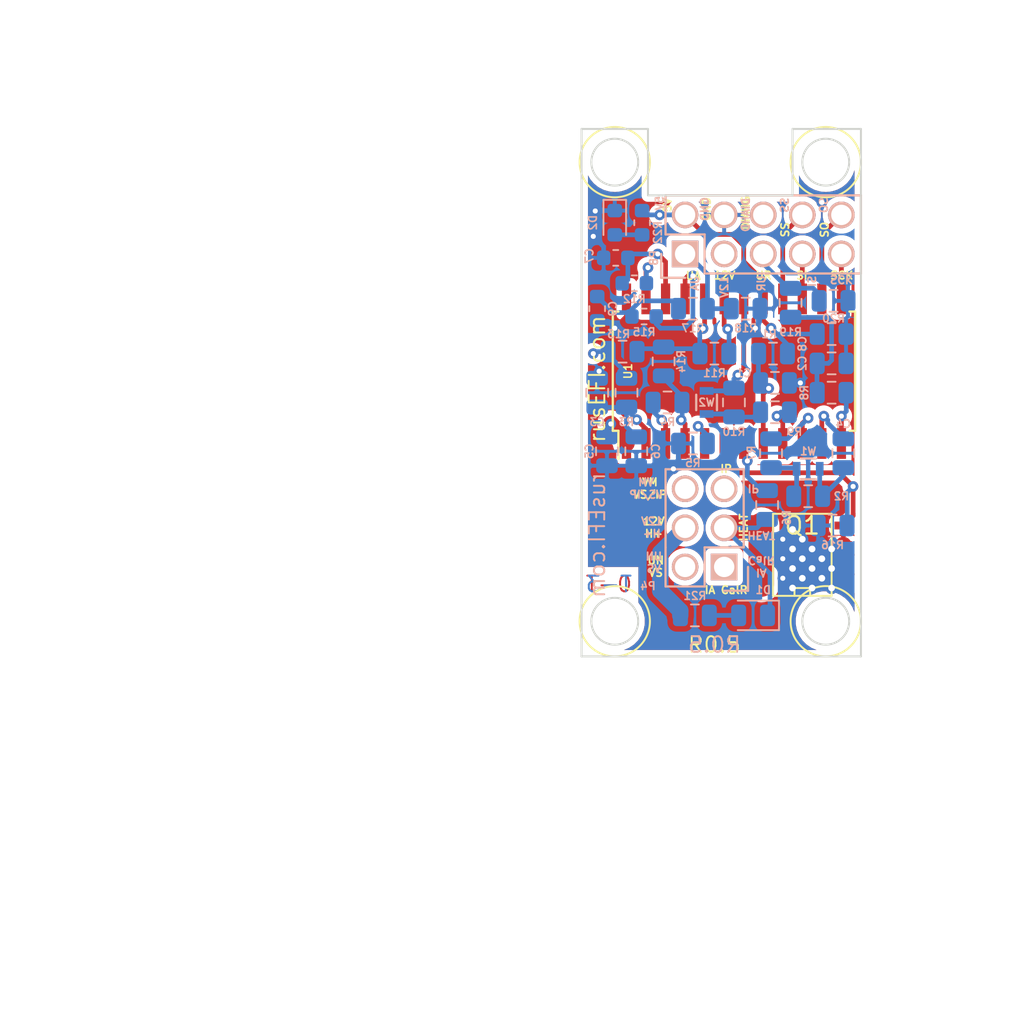
<source format=kicad_pcb>
(kicad_pcb (version 20221018) (generator pcbnew)
  (title_block (title "CJ125 Wide O2 ") (date "2020-06-12") (rev "R0.5") (company "http://rusefi.com/"))
  (layers (0 "F.Cu" signal) (1 "In1.Cu" power "PWR") (2 "In2.Cu" power "GND") (31 "B.Cu" signal) (34 "B.Paste" user) (35 "F.Paste" user) (36 "B.SilkS" user "B.Silkscreen") (37 "F.SilkS" user "F.Silkscreen") (38 "B.Mask" user) (39 "F.Mask" user) (44 "Edge.Cuts" user))
  (net 0 "")
  (net 1 "GND")
  (net 2 "/RST")
  (net 3 "/CJ125_UR")
  (net 4 "/UN")
  (net 5 "Net-(C4-Pad1)")
  (net 6 "/CM")
  (net 7 "/WO2-12V")
  (net 8 "/CF")
  (net 9 "/CJ125_5v")
  (net 10 "/CJ125_UA")
  (net 11 "/CJ125_IP")
  (net 12 "/CJ125_HEATER")
  (net 13 "/CJ125_IA")
  (net 14 "/CJ125_VM")
  (net 15 "/CJ125_UN")
  (net 16 "/CJ125_SS")
  (net 17 "/CJ125_SI")
  (net 18 "/CJ125_SO")
  (net 19 "/CJ125_SCK")
  (net 20 "Net-(R2-Pad1)")
  (net 21 "/OSZ")
  (net 22 "/DIAHD")
  (net 23 "/RM")
  (net 24 "/UR")
  (net 25 "Net-(R10-Pad2)")
  (net 26 "/RS")
  (net 27 "/UP")
  (net 28 "/US")
  (net 29 "/RF")
  (net 30 "/UA")
  (net 31 "/DIAHG")
  (net 32 "Net-(P8-Pad1)")
  (net 33 "Net-(P8-Pad5)")
  (net 34 "Net-(D1-Pad2)")
  (net 35 "Net-(D2-Pad2)")
  (footprint "rsuEFI_Lib:SO8E_ST" (layer "F.Cu") (at 125.73 132.588 90)
    (fp_text reference "Q1")
    (fp_text value "FDS2734" hide)
  )
  (footprint "SOIC-24_7.5x15.4mm_Pitch1.27mm" (layer "F.Cu") (at 121.285 120.65 90)
    (fp_text reference "U1")
    (fp_text value "CJ125")
  )
  (footprint "Capacitor_SMD:C_0805_2012Metric" (layer "B.Cu") (at 123.952 121.412)
    (fp_text reference "C1")
    (fp_text value "1000pF")
  )
  (footprint "Capacitor_SMD:C_0805_2012Metric" (layer "B.Cu") (at 127.635 120.142)
    (fp_text reference "C2")
    (fp_text value "0.033uF")
  )
  (footprint "Capacitor_SMD:C_0805_2012Metric" (layer "B.Cu") (at 112.395 122.047 90)
    (fp_text reference "C3")
    (fp_text value "DNP")
  )
  (footprint "Capacitor_SMD:C_0805_2012Metric" (layer "B.Cu") (at 128.397 125.984 90)
    (fp_text reference "C4")
    (fp_text value "0.1uF")
  )
  (footprint "Capacitor_SMD:C_0805_2012Metric" (layer "B.Cu") (at 114.935 125.857 -90)
    (fp_text reference "C5")
    (fp_text value "220pf")
  )
  (footprint "Capacitor_SMD:C_0805_2012Metric" (layer "B.Cu") (at 113.03 125.857 90)
    (fp_text reference "C6")
    (fp_text value "0.033uF")
  )
  (footprint "Capacitor_SMD:C_0805_2012Metric" (layer "B.Cu") (at 127.635 118.237 180)
    (fp_text reference "C8")
    (fp_text value "0.033uF")
  )
  (footprint "Capacitor_SMD:C_0603_1608Metric" (layer "B.Cu") (at 112.395 116.586 90)
    (fp_text reference "C9")
    (fp_text value "0.033uF")
  )
  (footprint "Socket_Strips:Socket_Strip_Straight_2x03" (layer "B.Cu") (at 120.65 133.3754 90)
    (fp_text reference "P4")
    (fp_text value "CONN_02X03" hide)
  )
  (footprint "Socket_Strips:Socket_Strip_Straight_2x05" (layer "B.Cu") (at 118.11 113.03)
    (fp_text reference "P8")
    (fp_text value "CONN_02X05" hide)
  )
  (footprint "Resistor_SMD:R_0805_2012Metric" (layer "B.Cu") (at 123.825 119.507)
    (fp_text reference "R1")
    (fp_text value "10k")
  )
  (footprint "Resistor_SMD:R_0805_2012Metric" (layer "B.Cu") (at 126.111 128.778)
    (fp_text reference "R2")
    (fp_text value "21k6")
  )
  (footprint "Resistor_SMD:R_0805_2012Metric" (layer "B.Cu") (at 114.3 122.047 90)
    (fp_text reference "R3")
    (fp_text value "0R")
  )
  (footprint "Resistor_SMD:R_0805_2012Metric" (layer "B.Cu") (at 116.967 122.682)
    (fp_text reference "R4")
    (fp_text value "61.9")
  )
  (footprint "Resistor_SMD:R_0805_2012Metric" (layer "B.Cu") (at 118.618 125.349)
    (fp_text reference "R5")
    (fp_text value "10k")
  )
  (footprint "Resistor_SMD:R_0805_2012Metric" (layer "B.Cu") (at 123.444 129.3495 -90)
    (fp_text reference "R6")
    (fp_text value "6.8k")
  )
  (footprint "Resistor_SMD:R_0805_2012Metric" (layer "B.Cu") (at 123.698 125.984 -90)
    (fp_text reference "R7")
    (fp_text value "10k")
  )
  (footprint "Resistor_SMD:R_0805_2012Metric" (layer "B.Cu") (at 127.635 122.047 180)
    (fp_text reference "R8")
    (fp_text value "1k")
  )
  (footprint "Resistor_SMD:R_0805_2012Metric" (layer "B.Cu") (at 123.952 123.317)
    (fp_text reference "R9")
    (fp_text value "82.5")
  )
  (footprint "Resistor_SMD:R_0805_2012Metric" (layer "B.Cu") (at 121.285 122.682 -90)
    (fp_text reference "R10")
    (fp_text value "220")
  )
  (footprint "Resistor_SMD:R_0805_2012Metric" (layer "B.Cu") (at 120.015 119.507)
    (fp_text reference "R11")
    (fp_text value "5.11k")
  )
  (footprint "Resistor_SMD:R_0805_2012Metric" (layer "B.Cu") (at 114.046 119.38)
    (fp_text reference "R13")
    (fp_text value "100k")
  )
  (footprint "Resistor_SMD:R_0805_2012Metric" (layer "B.Cu") (at 116.713 120.015 90)
    (fp_text reference "R14")
    (fp_text value "511k")
  )
  (footprint "Resistor_SMD:R_0603_1608Metric" (layer "B.Cu") (at 115.443 117.094)
    (fp_text reference "R15")
    (fp_text value "1k")
  )
  (footprint "R_0603" (layer "B.Cu") (at 126.111 127 180)
    (fp_text reference "W1")
    (fp_text value "TEST" hide)
  )
  (footprint "R_0603" (layer "B.Cu") (at 119.507 122.682 90)
    (fp_text reference "W2")
    (fp_text value "TEST" hide)
  )
  (footprint "Resistor_SMD:R_0805_2012Metric" (layer "B.Cu") (at 127.6985 130.683)
    (fp_text reference "R16")
    (fp_text value "10k")
  )
  (footprint "Resistor_SMD:R_0805_2012Metric" (layer "B.Cu") (at 118.618 116.586 180)
    (fp_text reference "R17")
    (fp_text value "6.8k")
  )
  (footprint "Resistor_SMD:R_0805_2012Metric" (layer "B.Cu") (at 122.047 116.586)
    (fp_text reference "R18")
    (fp_text value "10k")
  )
  (footprint "Resistor_SMD:R_0805_2012Metric" (layer "B.Cu") (at 124.968 116.205 -90)
    (fp_text reference "R19")
    (fp_text value "6.8k")
  )
  (footprint "Resistor_SMD:R_0805_2012Metric" (layer "B.Cu") (at 127.762 116.078)
    (fp_text reference "R20")
    (fp_text value "10k")
  )
  (footprint "LED_SMD:LED_0805_2012Metric" (layer "B.Cu") (at 122.5296 136.525 180)
    (fp_text reference "D1")
    (fp_text value "LED-RED")
  )
  (footprint "Resistor_SMD:R_0805_2012Metric" (layer "B.Cu") (at 118.745 136.525 180)
    (fp_text reference "R21")
    (fp_text value "4.7k")
  )
  (footprint "Resistor_SMD:R_0603_1608Metric" (layer "B.Cu") (at 115.316 110.998 -90)
    (fp_text reference "R22")
    (fp_text value "1k")
  )
  (footprint "Resistor_SMD:R_0603_1608Metric" (layer "B.Cu") (at 114.808 114.935)
    (fp_text reference "R12")
    (fp_text value "100k")
  )
  (footprint "Capacitor_SMD:C_0603_1608Metric" (layer "B.Cu") (at 113.6015 113.284)
    (fp_text reference "C7")
    (fp_text value "0.1uF")
  )
  (footprint "LED_SMD:LED_0603_1608Metric" (layer "B.Cu") (at 113.538 110.998 -90)
    (fp_text reference "D2")
    (fp_text value "LED-GRN")
  )
  (gr_circle (center 113.538 136.906) (end 113.538 139.192) (stroke (width 0.127)) (fill none) (layer "F.SilkS"))
  (gr_circle (center 127.254 136.906) (end 129.54 136.906) (stroke (width 0.127)) (fill none) (layer "F.SilkS"))
  (gr_circle (center 127.254 107.061) (end 129.54 107.061) (stroke (width 0.127)) (fill none) (layer "F.SilkS"))
  (gr_circle (center 113.538 107.061) (end 115.824 107.061) (stroke (width 0.127)) (fill none) (layer "F.SilkS"))
  (gr_circle (center 127.254 136.906) (end 127.254 138.43) (stroke (width 0.127)) (fill none) (layer "Edge.Cuts"))
  (gr_arc (start 128.778 107.061) (mid 125.73 107.061) (end 128.778 107.061) (stroke (width 0.127)) (layer "Edge.Cuts"))
  (gr_line (start 125.095 109.22) (end 125.095 104.902) (stroke (width 0.127)) (layer "Edge.Cuts"))
  (gr_line (start 129.54 104.902) (end 125.095 104.902) (stroke (width 0.127)) (layer "Edge.Cuts"))
  (gr_line (start 115.697 104.902) (end 111.379 104.902) (stroke (width 0.127)) (layer "Edge.Cuts"))
  (gr_line (start 111.379 139.192) (end 129.54 139.192) (stroke (width 0.127)) (layer "Edge.Cuts"))
  (gr_arc (start 115.062 107.061) (mid 112.014 107.061) (end 115.062 107.061) (stroke (width 0.127)) (layer "Edge.Cuts"))
  (gr_line (start 129.54 104.902) (end 129.54 139.192) (stroke (width 0.127)) (layer "Edge.Cuts"))
  (gr_circle (center 113.538 136.906) (end 113.538 138.43) (stroke (width 0.127)) (fill none) (layer "Edge.Cuts"))
  (gr_line (start 115.697 109.22) (end 115.697 104.902) (stroke (width 0.127)) (layer "Edge.Cuts"))
  (gr_line (start 111.379 139.192) (end 111.379 104.902) (stroke (width 0.127)) (layer "Edge.Cuts"))
  (gr_line (start 115.697 109.22) (end 125.095 109.22) (stroke (width 0.127)) (layer "Edge.Cuts"))
  (gr_text "T-0" (at 113.157 134.493) (layer "F.Cu") (effects (font (size 1.016 1.016) (thickness 0.127))))
  (gr_text "T-3" (at 113.157 134.493) (layer "B.Cu") (effects (font (size 1.016 1.016) (thickness 0.127)) (justify mirror)))
  (gr_text "UA" (at 118.745 114.935 90) (layer "B.SilkS") (effects (font (size 0.50038 0.50038) (thickness 0.10922)) (justify mirror)))
  (gr_text "12V" (at 120.65 115.189 90) (layer "B.SilkS") (effects (font (size 0.50038 0.50038) (thickness 0.10922)) (justify mirror)))
  (gr_text "UR" (at 123.063 114.935 90) (layer "B.SilkS") (effects (font (size 0.50038 0.50038) (thickness 0.10922)) (justify mirror)))
  (gr_text "SCK" (at 128.27 114.681 180) (layer "B.SilkS") (effects (font (size 0.50038 0.50038) (thickness 0.10922)) (justify mirror)))
  (gr_text "SI" (at 126.365 114.808 90) (layer "B.SilkS") (effects (font (size 0.50038 0.50038) (thickness 0.10922)) (justify mirror)))
  (gr_text "SO" (at 127.127 109.855 90) (layer "B.SilkS") (effects (font (size 0.50038 0.50038) (thickness 0.10922)) (justify mirror)))
  (gr_text "SS" (at 124.587 109.855 90) (layer "B.SilkS") (effects (font (size 0.50038 0.50038) (thickness 0.10922)) (justify mirror)))
  (gr_text "DIAHD" (at 122.047 110.49 90) (layer "B.SilkS") (effects (font (size 0.50038 0.50038) (thickness 0.10922)) (justify mirror)))
  (gr_text "GND" (at 119.38 110.109 90) (layer "B.SilkS") (effects (font (size 0.50038 0.50038) (thickness 0.10922)) (justify mirror)))
  (gr_text "5V" (at 116.459 109.728 90) (layer "B.SilkS") (effects (font (size 0.50038 0.50038) (thickness 0.10922)) (justify mirror)))
  (gr_text "IP" (at 122.555 128.27 180) (layer "B.SilkS") (effects (font (size 0.50038 0.50038) (thickness 0.10922)) (justify mirror)))
  (gr_text "UN\nVS" (at 116.078 133.096) (layer "B.SilkS") (effects (font (size 0.50038 0.50038) (thickness 0.10922)) (justify mirror)))
  (gr_text "12V\nH+" (at 115.951 130.81) (layer "B.SilkS") (effects (font (size 0.50038 0.50038) (thickness 0.10922)) (justify mirror)))
  (gr_text "VM\nVS/IP" (at 115.57 128.27) (layer "B.SilkS") (effects (font (size 0.50038 0.50038) (thickness 0.10922)) (justify mirror)))
  (gr_text "R0.5" (at 120.015 138.43) (layer "B.SilkS") (effects (font (size 1.016 1.016) (thickness 0.127)) (justify mirror)))
  (gr_text "rusEFI.com" (at 112.395 131.318 90) (layer "B.SilkS") (effects (font (size 1 1) (thickness 0.127)) (justify mirror)))
  (gr_text "IA\nCalR" (at 123.063 133.35 180) (layer "B.SilkS") (effects (font (size 0.50038 0.50038) (thickness 0.10922)) (justify mirror)))
  (gr_text "HEAT" (at 123.063 131.318 180) (layer "B.SilkS") (effects (font (size 0.50038 0.50038) (thickness 0.10922)) (justify mirror)))
  (gr_text "SS" (at 124.6124 111.4552 90) (layer "F.SilkS") (effects (font (size 0.50038 0.50038) (thickness 0.10922))))
  (gr_text "SCK" (at 128.2954 114.427) (layer "F.SilkS") (effects (font (size 0.50038 0.50038) (thickness 0.10922))))
  (gr_text "UR" (at 123.2154 114.427) (layer "F.SilkS") (effects (font (size 0.50038 0.50038) (thickness 0.10922))))
  (gr_text "GND" (at 119.507 110.109 90) (layer "F.SilkS") (effects (font (size 0.50038 0.50038) (thickness 0.10922))))
  (gr_text "12V" (at 120.6754 114.427) (layer "F.SilkS") (effects (font (size 0.50038 0.50038) (thickness 0.10922))))
  (gr_text "VM\nVS/IP" (at 115.824 128.27) (layer "F.SilkS") (effects (font (size 0.50038 0.50038) (thickness 0.10922))))
  (gr_text "UN\nVS" (at 116.205 133.35) (layer "F.SilkS") (effects (font (size 0.50038 0.50038) (thickness 0.10922))))
  (gr_text "rusEFI.com" (at 112.395 121.158 90) (layer "F.SilkS") (effects (font (size 1.016 1.016) (thickness 0.127))))
  (gr_text "UA" (at 118.6434 114.4524) (layer "F.SilkS") (effects (font (size 0.50038 0.50038) (thickness 0.10922))))
  (gr_text "HEAT" (at 121.92 130.81 90) (layer "F.SilkS") (effects (font (size 0.50038 0.50038) (thickness 0.10922))))
  (gr_text "SI" (at 125.7046 114.427) (layer "F.SilkS") (effects (font (size 0.50038 0.50038) (thickness 0.10922))))
  (gr_text "IP" (at 120.777 127) (layer "F.SilkS") (effects (font (size 0.50038 0.50038) (thickness 0.10922))))
  (gr_text "IA CalR" (at 120.777 134.874) (layer "F.SilkS") (effects (font (size 0.50038 0.50038) (thickness 0.10922))))
  (gr_text "5V" (at 116.967 109.855 90) (layer "F.SilkS") (effects (font (size 0.50038 0.50038) (thickness 0.10922))))
  (gr_text "SO" (at 127.1778 111.4552 90) (layer "F.SilkS") (effects (font (size 0.50038 0.50038) (thickness 0.10922))))
  (gr_text "R0.5" (at 120.015 138.43) (layer "F.SilkS") (effects (font (size 1.016 1.016) (thickness 0.127))))
  (gr_text "12V\nH+" (at 116.078 130.81) (layer "F.SilkS") (effects (font (size 0.50038 0.50038) (thickness 0.10922))))
  (gr_text "DIAHG" (at 122.047 110.363 90) (layer "F.SilkS") (effects (font (size 0.50038 0.50038) (thickness 0.10922))))
  (segment (start 128.397 133.223) (end 128.397 134.493) (width 1.0668) (layer "F.Cu") (net 1))
  (segment (start 127.889 134.493) (end 127.635 134.747) (width 0.3048) (layer "F.Cu") (net 1))
  (segment (start 127.635 133.477) (end 127.635 132.207) (width 0.3048) (layer "F.Cu") (net 1))
  (segment (start 127 131.572) (end 127 132.842) (width 0.3048) (layer "F.Cu") (net 1))
  (segment (start 127 134.112) (end 126.365 134.747) (width 0.3048) (layer "F.Cu") (net 1))
  (segment (start 126.365 133.477) (end 126.365 132.207) (width 0.3048) (layer "F.Cu") (net 1))
  (segment (start 125.73 131.572) (end 125.73 132.842) (width 0.3048) (layer "F.Cu") (net 1))
  (segment (start 125.73 134.112) (end 125.095 134.747) (width 0.3048) (layer "F.Cu") (net 1))
  (segment (start 125.095 133.477) (end 125.095 132.207) (width 0.3048) (layer "F.Cu") (net 1))
  (segment (start 124.46 131.572) (end 124.46 132.842) (width 0.3048) (layer "F.Cu") (net 1))
  (segment (start 114.3 117.094) (end 113.538 117.856) (width 0.3048) (layer "F.Cu") (net 1))
  (segment (start 128.397 131.953) (end 128.397 133.223) (width 1.0668) (layer "F.Cu") (net 1))
  (segment (start 114.3 115.95) (end 114.3 117.094) (width 0.3048) (layer "F.Cu") (net 1))
  (segment (start 128.397 134.493) (end 127.889 134.493) (width 0.3048) (layer "F.Cu") (net 1))
  (via (at 117.348 127) (size 0.6858) (drill 0.3302) (layers "F.Cu" "B.Cu") (net 1))
  (via (at 125.095 132.207) (size 0.78994) (drill 0.43434) (layers "F.Cu" "B.Cu") (net 1))
  (via (at 127.635 132.207) (size 0.78994) (drill 0.43434) (layers "F.Cu" "B.Cu") (net 1))
  (via (at 124.46 131.572) (size 0.6858) (drill 0.3302) (layers "F.Cu" "B.Cu") (net 1))
  (via (at 125.603 121.412) (size 0.6858) (drill 0.3302) (layers "F.Cu" "B.Cu") (net 1))
  (via (at 125.73 131.572) (size 0.78994) (drill 0.43434) (layers "F.Cu" "B.Cu") (net 1))
  (via (at 112.522 120.65) (size 0.6858) (drill 0.3302) (layers "F.Cu" "B.Cu") (net 1))
  (via (at 127 132.842) (size 0.78994) (drill 0.43434) (layers "F.Cu" "B.Cu") (net 1))
  (via (at 125.73 132.842) (size 0.78994) (drill 0.43434) (layers "F.Cu" "B.Cu") (net 1))
  (via (at 125.095 133.477) (size 0.78994) (drill 0.43434) (layers "F.Cu" "B.Cu") (net 1))
  (via (at 113.538 117.856) (size 0.6858) (drill 0.3302) (layers "F.Cu" "B.Cu") (net 1))
  (via (at 126.365 134.747) (size 0.78994) (drill 0.43434) (layers "F.Cu" "B.Cu") (net 1))
  (via (at 127 109.6772) (size 0.6858) (drill 0.3302) (layers "F.Cu" "B.Cu") (net 1))
  (via (at 124.46 132.842) (size 0.6858) (drill 0.3302) (layers "F.Cu" "B.Cu") (net 1))
  (via (at 125.095 134.747) (size 0.78994) (drill 0.43434) (layers "F.Cu" "B.Cu") (net 1))
  (via (at 127 134.112) (size 0.78994) (drill 0.43434) (layers "F.Cu" "B.Cu") (net 1))
  (via (at 124.46 134.112) (size 0.6858) (drill 0.3302) (layers "F.Cu" "B.Cu") (net 1))
  (via (at 112.268 110.236) (size 0.6858) (drill 0.3302) (layers "F.Cu" "B.Cu") (net 1))
  (via (at 125.73 134.112) (size 0.78994) (drill 0.43434) (layers "F.Cu" "B.Cu") (net 1))
  (via (at 126.365 133.477) (size 0.78994) (drill 0.43434) (layers "F.Cu" "B.Cu") (net 1))
  (via (at 126.365 132.207) (size 0.78994) (drill 0.43434) (layers "F.Cu" "B.Cu") (net 1))
  (via (at 122.682 117.856) (size 0.6858) (drill 0.3302) (layers "F.Cu" "B.Cu") (net 1))
  (via (at 127.635 134.747) (size 0.78994) (drill 0.43434) (layers "F.Cu" "B.Cu") (net 1))
  (via (at 127.635 133.477) (size 0.78994) (drill 0.43434) (layers "F.Cu" "B.Cu") (net 1))
  (via (at 125.095 130.937) (size 0.78994) (drill 0.43434) (layers "F.Cu" "B.Cu") (net 1))
  (via (at 112.141 111.887) (size 0.6858) (drill 0.3302) (layers "F.Cu" "B.Cu") (net 1))
  (segment (start 112.395 120.777) (end 112.522 120.65) (width 0.3048) (layer "B.Cu") (net 1))
  (segment (start 112.5855 117.5385) (end 112.395 117.5385) (width 0.3048) (layer "B.Cu") (net 1))
  (segment (start 127.635 134.747) (end 127.635 133.477) (width 0.3048) (layer "B.Cu") (net 1))
  (segment (start 127.635 132.207) (end 127 131.572) (width 0.3048) (layer "B.Cu") (net 1))
  (segment (start 127 132.842) (end 127 134.112) (width 0.3048) (layer "B.Cu") (net 1))
  (segment (start 126.365 134.747) (end 126.365 133.477) (width 0.3048) (layer "B.Cu") (net 1))
  (segment (start 126.365 132.207) (end 125.73 131.572) (width 0.3048) (layer "B.Cu") (net 1))
  (segment (start 125.73 132.842) (end 125.73 134.112) (width 0.3048) (layer "B.Cu") (net 1))
  (segment (start 125.095 134.747) (end 125.095 133.477) (width 0.3048) (layer "B.Cu") (net 1))
  (segment (start 124.46 132.842) (end 124.46 134.112) (width 0.3048) (layer "B.Cu") (net 1))
  (segment (start 113.2205 117.5385) (end 113.538 117.856) (width 0.3048) (layer "B.Cu") (net 1))
  (segment (start 117.6655 126.6825) (end 117.348 127) (width 0.3048) (layer "B.Cu") (net 1))
  (segment (start 117.1575 126.8095) (end 117.348 127) (width 0.3048) (layer "B.Cu") (net 1))
  (segment (start 122.87 117.668) (end 122.682 117.856) (width 0.3048) (layer "B.Cu") (net 1))
  (segment (start 112.814 113.284) (end 112.814 112.56) (width 0.3048) (layer "B.Cu") (net 1))
  (segment (start 112.395 121.0945) (end 112.395 120.777) (width 0.3048) (layer "B.Cu") (net 1))
  (segment (start 122.87 116.586) (end 122.87 117.668) (width 0.3048) (layer "B.Cu") (net 1))
  (segment (start 113.03 126.8095) (end 113.03 127) (width 0.3048) (layer "B.Cu") (net 1))
  (segment (start 112.2935 110.2105) (end 112.268 110.236) (width 0.3048) (layer "B.Cu") (net 1))
  (segment (start 125.095 132.207) (end 124.46 131.572) (width 0.3048) (layer "B.Cu") (net 1))
  (segment (start 114.935 126.8095) (end 117.1575 126.8095) (width 0.3048) (layer "B.Cu") (net 1))
  (segment (start 113.538 110.2105) (end 112.2935 110.2105) (width 0.3048) (layer "B.Cu") (net 1))
  (segment (start 113.2205 117.5385) (end 112.395 117.5385) (width 0.3048) (layer "B.Cu") (net 1))
  (segment (start 124.7775 121.412) (end 125.603 121.412) (width 0.3048) (layer "B.Cu") (net 1))
  (segment (start 112.814 112.56) (end 112.141 111.887) (width 0.3048) (layer "B.Cu") (net 1))
  (segment (start 114.935 126.8095) (end 114.935 126.873) (width 0.3048) (layer "B.Cu") (net 1))
  (segment (start 128.5875 120.142) (end 128.5875 119.5705) (width 0.3048) (layer "B.Cu") (net 1))
  (segment (start 117.6655 126.6825) (end 117.6655 125.349) (width 0.3048) (layer "B.Cu") (net 1))
  (segment (start 123.19 122.1232) (end 123.5456 121.7676) (width 0.3048) (layer "F.Cu") (net 2))
  (segment (start 123.19 125.35) (end 123.19 122.1232) (width 0.3048) (layer "F.Cu") (net 2))
  (via (at 123.5456 121.7676) (size 0.6858) (drill 0.3302) (layers "F.Cu" "B.Cu") (net 2))
  (segment (start 123.5456 121.7676) (end 123.19 121.412) (width 0.3048) (layer "B.Cu") (net 2))
  (segment (start 123.19 121.412) (end 122.8725 121.412) (width 0.3048) (layer "B.Cu") (net 2))
  (segment (start 122.8725 121.412) (end 122.8725 119.507) (width 0.3048) (layer "B.Cu") (net 2))
  (segment (start 126.873 120.142) (end 126.6825 120.142) (width 0.3048) (layer "B.Cu") (net 3))
  (segment (start 126.0498 117.155) (end 125.095 117.155) (width 0.3048) (layer "B.Cu") (net 3))
  (segment (start 126.6825 122.047) (end 126.6825 120.142) (width 0.3048) (layer "B.Cu") (net 3))
  (segment (start 127.635 119.9388) (end 127.635 117.383558) (width 0.3048) (layer "B.Cu") (net 3))
  (segment (start 127.635 117.383558) (end 127.406442 117.155) (width 0.3048) (layer "B.Cu") (net 3))
  (segment (start 127.406442 117.155) (end 126.0498 117.155) (width 0.3048) (layer "B.Cu") (net 3))
  (segment (start 126.6825 120.142) (end 127.4318 120.142) (width 0.3048) (layer "B.Cu") (net 3))
  (segment (start 127.4318 120.142) (end 127.635 119.9388) (width 0.3048) (layer "B.Cu") (net 3))
  (segment (start 115.57 124.4092) (end 114.9604 123.7996) (width 0.3048) (layer "F.Cu") (net 4))
  (segment (start 115.57 125.35) (end 115.57 124.4092) (width 0.3048) (layer "F.Cu") (net 4))
  (via (at 114.9604 123.7996) (size 0.6858) (drill 0.3302) (layers "F.Cu" "B.Cu") (net 4))
  (segment (start 114.3 124.2695) (end 114.935 124.9045) (width 0.3048) (layer "B.Cu") (net 4))
  (segment (start 115.1255 124.9045) (end 114.935 124.9045) (width 0.3048) (layer "B.Cu") (net 4))
  (segment (start 114.9604 123.7996) (end 114.3 123.1392) (width 0.3048) (layer "B.Cu") (net 4))
  (segment (start 114.3 123.1392) (end 114.3 122.9995) (width 0.3048) (layer "B.Cu") (net 4))
  (segment (start 112.395 122.9995) (end 114.3 122.9995) (width 0.3048) (layer "B.Cu") (net 4))
  (segment (start 114.3 122.9995) (end 114.3 124.2695) (width 0.3048) (layer "B.Cu") (net 4))
  (segment (start 126.861 128.5755) (end 127.0635 128.778) (width 0.3048) (layer "B.Cu") (net 5))
  (segment (start 128.397 127.4445) (end 127.0635 128.778) (width 0.3048) (layer "B.Cu") (net 5))
  (segment (start 126.861 127.381) (end 126.861 128.5755) (width 0.3048) (layer "B.Cu") (net 5))
  (segment (start 128.397 126.9365) (end 128.397 127.4445) (width 0.3048) (layer "B.Cu") (net 5))
  (segment (start 127 123.698) (end 127.127 123.571) (width 0.3048) (layer "F.Cu") (net 6))
  (segment (start 127 125.35) (end 127 123.698) (width 0.3048) (layer "F.Cu") (net 6))
  (via (at 127.127 123.571) (size 0.6858) (drill 0.3302) (layers "F.Cu" "B.Cu") (net 6))
  (segment (start 128.2065 125.0315) (end 128.397 125.0315) (width 0.3048) (layer "B.Cu") (net 6))
  (segment (start 127.127 123.571) (end 127.381 123.825) (width 0.3048) (layer "B.Cu") (net 6))
  (segment (start 127.381 123.825) (end 127.381 124.0155) (width 0.3048) (layer "B.Cu") (net 6))
  (segment (start 127.381 124.0155) (end 128.397 125.0315) (width 0.3048) (layer "B.Cu") (net 6))
  (segment (start 114.3 125.35) (end 114.3 125.095) (width 1.0668) (layer "F.Cu") (net 7))
  (segment (start 114.3 125.095) (end 113.284 124.079) (width 1.0668) (layer "F.Cu") (net 7))
  (via (at 113.284 124.079) (size 0.6858) (drill 0.3302) (layers "F.Cu" "B.Cu") (net 7))
  (segment (start 113.284 124.079) (end 113.03 124.333) (width 0.3048) (layer "B.Cu") (net 7))
  (segment (start 113.03 124.333) (end 113.03 124.9045) (width 0.3048) (layer "B.Cu") (net 7))
  (segment (start 116.497099 132.448301) (end 117.246401 131.698999) (width 1.0668) (layer "B.Cu") (net 7))
  (segment (start 117.795 136.225) (end 116.497099 134.927099) (width 1.0668) (layer "B.Cu") (net 7))
  (segment (start 116.497099 134.927099) (end 116.497099 132.448301) (width 1.0668) (layer "B.Cu") (net 7))
  (segment (start 117.246401 131.698999) (end 118.11 130.8354) (width 1.0668) (layer "B.Cu") (net 7))
  (segment (start 117.795 136.525) (end 117.795 136.225) (width 1.0668) (layer "B.Cu") (net 7))
  (segment (start 116.84 113.538) (end 116.332 113.03) (width 0.3048) (layer "F.Cu") (net 8))
  (segment (start 116.84 115.95) (end 116.84 113.538) (width 0.3048) (layer "F.Cu") (net 8))
  (via (at 116.332 113.03) (size 0.6858) (drill 0.3302) (layers "F.Cu" "B.Cu") (net 8))
  (segment (start 114.643 113.03) (end 116.332 113.03) (width 0.3048) (layer "B.Cu") (net 8))
  (segment (start 114.389 113.284) (end 114.389 114.6935) (width 0.3048) (layer "B.Cu") (net 8))
  (segment (start 114.389 113.284) (end 114.643 113.03) (width 0.3048) (layer "B.Cu") (net 8))
  (segment (start 114.389 114.6935) (end 114.1475 114.935) (width 0.3048) (layer "B.Cu") (net 8))
  (segment (start 123.19 114.7826) (end 121.92 113.5126) (width 0.3048) (layer "F.Cu") (net 9))
  (segment (start 121.92 113.5126) (end 121.92 112.4966) (width 0.3048) (layer "F.Cu") (net 9))
  (segment (start 121.92 112.4966) (end 121.1834 111.76) (width 0.3048) (layer "F.Cu") (net 9))
  (segment (start 121.1834 111.76) (end 119.38 111.76) (width 0.3048) (layer "F.Cu") (net 9))
  (segment (start 119.38 111.76) (end 118.11 110.49) (width 0.3048) (layer "F.Cu") (net 9))
  (segment (start 123.19 117.348) (end 123.355101 117.513101) (width 0.3048) (layer "F.Cu") (net 9))
  (segment (start 123.19 115.95) (end 123.19 114.7826) (width 0.3048) (layer "F.Cu") (net 9))
  (segment (start 123.19 115.95) (end 123.19 117.348) (width 0.3048) (layer "F.Cu") (net 9))
  (segment (start 123.355101 117.513101) (end 123.698 117.856) (width 0.3048) (layer "F.Cu") (net 9))
  (via (at 123.698 117.856) (size 0.6858) (drill 0.3302) (layers "F.Cu" "B.Cu") (net 9))
  (via (at 116.459 110.49) (size 0.6858) (drill 0.3302) (layers "F.Cu" "B.Cu") (net 9))
  (segment (start 116.459 110.49) (end 115.5955 110.49) (width 0.3048) (layer "B.Cu") (net 9))
  (segment (start 124.7625 118.9205) (end 123.698 117.856) (width 0.3048) (layer "B.Cu") (net 9))
  (segment (start 124.040899 118.198899) (end 123.698 117.856) (width 0.3048) (layer "B.Cu") (net 9))
  (segment (start 118.11 110.49) (end 116.459 110.49) (width 0.3048) (layer "B.Cu") (net 9))
  (segment (start 126.6825 118.237) (end 124.079 118.237) (width 0.3048) (layer "B.Cu") (net 9))
  (segment (start 124.079 118.237) (end 124.040899 118.198899) (width 0.3048) (layer "B.Cu") (net 9))
  (segment (start 115.5955 110.49) (end 115.316 110.2105) (width 0.3048) (layer "B.Cu") (net 9))
  (segment (start 124.7625 119.507) (end 124.7625 118.9205) (width 0.3048) (layer "B.Cu") (net 9))
  (segment (start 114.6555 117.094) (end 114.6555 116.619) (width 0.3048) (layer "B.Cu") (net 10))
  (segment (start 114.6555 116.619) (end 115.1965 116.078) (width 0.3048) (layer "B.Cu") (net 10))
  (segment (start 114.4015 116.84) (end 113.4365 116.84) (width 0.3048) (layer "B.Cu") (net 10))
  (segment (start 114.6555 117.094) (end 114.4015 116.84) (width 0.3048) (layer "B.Cu") (net 10))
  (segment (start 117.348 116.078) (end 117.475 116.205) (width 0.3048) (layer "B.Cu") (net 10))
  (segment (start 115.1965 116.078) (end 117.348 116.078) (width 0.3048) (layer "B.Cu") (net 10))
  (segment (start 113.4365 116.84) (end 112.395 115.7985) (width 0.3048) (layer "B.Cu") (net 10))
  (segment (start 116.84 124.079) (end 116.586 123.825) (width 0.3048) (layer "F.Cu") (net 11))
  (segment (start 116.84 125.35) (end 116.84 124.079) (width 0.3048) (layer "F.Cu") (net 11))
  (via (at 116.586 123.825) (size 0.6858) (drill 0.3302) (layers "F.Cu" "B.Cu") (net 11))
  (segment (start 116.0145 123.2535) (end 116.586 123.825) (width 0.3048) (layer "B.Cu") (net 11))
  (segment (start 116.0145 122.682) (end 116.0145 123.2535) (width 0.3048) (layer "B.Cu") (net 11))
  (segment (start 123.063 133.223) (end 123.063 131.953) (width 1.651) (layer "F.Cu") (net 12))
  (segment (start 123.063 131.953) (end 123.063 130.683) (width 1.651) (layer "F.Cu") (net 12))
  (segment (start 122.9106 130.8354) (end 123.063 130.683) (width 1.651) (layer "F.Cu") (net 12))
  (segment (start 123.063 134.493) (end 123.063 133.223) (width 1.651) (layer "F.Cu") (net 12))
  (segment (start 120.65 130.8354) (end 122.9106 130.8354) (width 1.651) (layer "F.Cu") (net 12))
  (segment (start 123.6296 133.815) (end 120.65 130.8354) (width 0.3048) (layer "B.Cu") (net 12))
  (segment (start 123.6296 136.525) (end 123.6296 133.815) (width 0.3048) (layer "B.Cu") (net 12))
  (segment (start 123.317 130.302) (end 122.7836 130.8354) (width 0.3048) (layer "B.Cu") (net 12))
  (segment (start 122.7836 130.8354) (end 120.65 130.8354) (width 0.3048) (layer "B.Cu") (net 12))
  (segment (start 118.11 124.079) (end 117.856 123.825) (width 0.3048) (layer "F.Cu") (net 13))
  (segment (start 118.11 125.35) (end 118.11 124.079) (width 0.3048) (layer "F.Cu") (net 13))
  (via (at 117.856 123.825) (size 0.6858) (drill 0.3302) (layers "F.Cu" "B.Cu") (net 13))
  (segment (start 117.856 123.825) (end 117.9195 123.7615) (width 0.3048) (layer "B.Cu") (net 13))
  (segment (start 117.9195 123.7615) (end 117.9195 122.682) (width 0.3048) (layer "B.Cu") (net 13))
  (segment (start 117.9195 122.301) (end 116.713 121.0945) (width 0.3048) (layer "B.Cu") (net 13))
  (segment (start 117.9195 122.682) (end 117.9195 122.301) (width 0.3048) (layer "B.Cu") (net 13))
  (segment (start 121.92 120.523) (end 121.539 120.904) (width 0.3048) (layer "F.Cu") (net 14))
  (segment (start 121.92 115.95) (end 121.92 120.523) (width 0.3048) (layer "F.Cu") (net 14))
  (via (at 121.539 120.904) (size 0.6858) (drill 0.3302) (layers "F.Cu" "B.Cu") (net 14))
  (segment (start 121.0825 121.932) (end 121.285 121.7295) (width 0.3048) (layer "B.Cu") (net 14))
  (segment (start 121.539 120.904) (end 121.285 121.158) (width 0.3048) (layer "B.Cu") (net 14))
  (segment (start 121.285 121.158) (end 121.285 121.7295) (width 0.3048) (layer "B.Cu") (net 14))
  (segment (start 120.015 121.932) (end 121.0825 121.932) (width 0.3048) (layer "B.Cu") (net 14))
  (segment (start 119.507 121.932) (end 121.0975 121.932) (width 0.3048) (layer "B.Cu") (net 14))
  (segment (start 121.0975 121.932) (end 121.285 121.7445) (width 0.3048) (layer "B.Cu") (net 14))
  (via (at 112.141 119.507) (size 0.6858) (drill 0.3302) (layers "F.Cu" "B.Cu") (net 15))
  (segment (start 113.8555 120.65) (end 114.3 121.0945) (width 0.3048) (layer "B.Cu") (net 15))
  (segment (start 114.3 120.777) (end 113.0935 119.5705) (width 0.3048) (layer "B.Cu") (net 15))
  (segment (start 113.0935 119.5705) (end 113.0935 119.38) (width 0.3048) (layer "B.Cu") (net 15))
  (segment (start 112.268 119.38) (end 112.141 119.507) (width 0.3048) (layer "B.Cu") (net 15))
  (segment (start 113.0935 119.38) (end 112.268 119.38) (width 0.3048) (layer "B.Cu") (net 15))
  (segment (start 114.3 121.0945) (end 114.3 120.777) (width 0.3048) (layer "B.Cu") (net 15))
  (segment (start 124.46 111.76) (end 125.73 110.49) (width 0.3048) (layer "F.Cu") (net 16))
  (segment (start 124.46 115.95) (end 124.46 111.76) (width 0.3048) (layer "F.Cu") (net 16))
  (segment (start 125.73 115.95) (end 125.73 113.03) (width 0.3048) (layer "F.Cu") (net 17))
  (segment (start 127 111.76) (end 128.27 110.49) (width 0.3048) (layer "F.Cu") (net 18))
  (segment (start 127 115.95) (end 127 111.76) (width 0.3048) (layer "F.Cu") (net 18))
  (segment (start 128.27 115.95) (end 128.27 113.03) (width 0.3048) (layer "F.Cu") (net 19))
  (segment (start 125.361 128.5755) (end 125.1585 128.778) (width 0.3048) (layer "B.Cu") (net 20))
  (segment (start 123.698 126.9365) (end 125.2855 126.9365) (width 0.3048) (layer "B.Cu") (net 20))
  (segment (start 125.2855 126.9365) (end 125.361 127.012) (width 0.3048) (layer "B.Cu") (net 20))
  (segment (start 125.361 127.012) (end 125.361 128.5755) (width 0.3048) (layer "B.Cu") (net 20))
  (segment (start 119.38 125.35) (end 119.38 124.655505) (width 0.3048) (layer "F.Cu") (net 21))
  (segment (start 119.299026 124.574532) (end 118.956127 124.231633) (width 0.3048) (layer "F.Cu") (net 21))
  (segment (start 119.38 124.655505) (end 119.299026 124.574532) (width 0.3048) (layer "F.Cu") (net 21))
  (via (at 118.956127 124.231633) (size 0.6858) (drill 0.3302) (layers "F.Cu" "B.Cu") (net 21))
  (segment (start 119.299026 124.574532) (end 118.956127 124.231633) (width 0.3048) (layer "B.Cu") (net 21))
  (segment (start 119.5705 124.9045) (end 119.5705 124.846005) (width 0.3048) (layer "B.Cu") (net 21))
  (segment (start 119.5705 124.846005) (end 119.299026 124.574532) (width 0.3048) (layer "B.Cu") (net 21))
  (segment (start 121.92 125.35) (end 121.92 126.24944) (width 0.3048) (layer "F.Cu") (net 22))
  (segment (start 121.92 126.24944) (end 122.15623 126.48567) (width 0.3048) (layer "F.Cu") (net 22))
  (via (at 122.15623 126.48567) (size 0.6858) (drill 0.3302) (layers "F.Cu" "B.Cu") (net 22))
  (segment (start 123.063 128.397) (end 123.317 128.397) (width 0.3048) (layer "B.Cu") (net 22))
  (segment (start 122.15623 127.49023) (end 123.063 128.397) (width 0.3048) (layer "B.Cu") (net 22))
  (segment (start 122.15623 126.48567) (end 122.15623 127.49023) (width 0.3048) (layer "B.Cu") (net 22))
  (segment (start 125.73 125.35) (end 125.73 124.0452) (width 0.3048) (layer "F.Cu") (net 23))
  (segment (start 126.0772 123.698) (end 126.111 123.698) (width 0.3048) (layer "F.Cu") (net 23))
  (segment (start 125.73 124.0452) (end 126.0772 123.698) (width 0.3048) (layer "F.Cu") (net 23))
  (via (at 126.111 123.698) (size 0.6858) (drill 0.3302) (layers "F.Cu" "B.Cu") (net 23))
  (segment (start 124.7775 125.0315) (end 125.768101 124.040899) (width 0.3048) (layer "B.Cu") (net 23))
  (segment (start 123.3805 125.0315) (end 124.7775 125.0315) (width 0.3048) (layer "B.Cu") (net 23))
  (segment (start 125.768101 124.040899) (end 126.111 123.698) (width 0.3048) (layer "B.Cu") (net 23))
  (segment (start 128.27 125.35) (end 128.27 123.571) (width 0.3048) (layer "F.Cu") (net 24))
  (via (at 128.27 123.571) (size 0.6858) (drill 0.3302) (layers "F.Cu" "B.Cu") (net 24))
  (segment (start 128.27 123.571) (end 128.5875 123.2535) (width 0.3048) (layer "B.Cu") (net 24))
  (segment (start 128.5875 123.2535) (end 128.5875 122.047) (width 0.3048) (layer "B.Cu") (net 24))
  (segment (start 121.0825 123.432) (end 121.285 123.6345) (width 0.3048) (layer "B.Cu") (net 25))
  (segment (start 122.555 123.6345) (end 122.8725 123.317) (width 0.3048) (layer "B.Cu") (net 25))
  (segment (start 121.0975 123.432) (end 121.285 123.6195) (width 0.3048) (layer "B.Cu") (net 25))
  (segment (start 120.015 123.432) (end 121.0825 123.432) (width 0.3048) (layer "B.Cu") (net 25))
  (segment (start 119.507 123.432) (end 121.0975 123.432) (width 0.3048) (layer "B.Cu") (net 25))
  (segment (start 121.285 123.6345) (end 122.555 123.6345) (width 0.3048) (layer "B.Cu") (net 25))
  (segment (start 124.46 123.952) (end 124.079 123.571) (width 0.3048) (layer "F.Cu") (net 26))
  (segment (start 124.46 125.35) (end 124.46 123.952) (width 0.3048) (layer "F.Cu") (net 26))
  (via (at 124.079 123.571) (size 0.6858) (drill 0.3302) (layers "F.Cu" "B.Cu") (net 26))
  (segment (start 124.079 123.571) (end 124.333 123.317) (width 0.3048) (layer "B.Cu") (net 26))
  (segment (start 124.333 123.317) (end 124.7775 123.317) (width 0.3048) (layer "B.Cu") (net 26))
  (segment (start 119.38 117.7798) (end 119.2784 117.8814) (width 0.3048) (layer "F.Cu") (net 27))
  (segment (start 119.38 115.95) (end 119.38 117.7798) (width 0.3048) (layer "F.Cu") (net 27))
  (via (at 119.2784 117.8814) (size 0.6858) (drill 0.3302) (layers "F.Cu" "B.Cu") (net 27))
  (segment (start 115.189 119.1895) (end 114.9985 119.38) (width 0.3048) (layer "B.Cu") (net 27))
  (segment (start 118.745 119.1895) (end 119.0625 119.507) (width 0.3048) (layer "B.Cu") (net 27))
  (segment (start 119.2784 117.8814) (end 119.0625 118.0973) (width 0.3048) (layer "B.Cu") (net 27))
  (segment (start 119.0625 118.0973) (end 119.0625 119.507) (width 0.3048) (layer "B.Cu") (net 27))
  (segment (start 116.713 119.1895) (end 115.189 119.1895) (width 0.3048) (layer "B.Cu") (net 27))
  (segment (start 116.713 119.1895) (end 118.745 119.1895) (width 0.3048) (layer "B.Cu") (net 27))
  (segment (start 120.65 117.6782) (end 120.8786 117.9068) (width 0.3048) (layer "F.Cu") (net 28))
  (segment (start 120.65 115.95) (end 120.65 117.6782) (width 0.3048) (layer "F.Cu") (net 28))
  (via (at 120.8786 117.9068) (size 0.6858) (drill 0.3302) (layers "F.Cu" "B.Cu") (net 28))
  (segment (start 120.9675 118.9355) (end 120.9675 119.507) (width 0.3048) (layer "B.Cu") (net 28))
  (segment (start 120.8786 117.9068) (end 120.9675 117.9957) (width 0.3048) (layer "B.Cu") (net 28))
  (segment (start 120.9675 117.9957) (end 120.9675 119.507) (width 0.3048) (layer "B.Cu") (net 28))
  (segment (start 115.57 115.95) (end 115.57 114.046) (width 0.3048) (layer "F.Cu") (net 29))
  (segment (start 115.57 114.046) (end 115.697 113.919) (width 0.3048) (layer "F.Cu") (net 29))
  (via (at 115.697 113.919) (size 0.6858) (drill 0.3302) (layers "F.Cu" "B.Cu") (net 29))
  (segment (start 115.5955 114.0205) (end 115.697 113.919) (width 0.3048) (layer "B.Cu") (net 29))
  (segment (start 115.5955 114.935) (end 115.5955 114.0205) (width 0.3048) (layer "B.Cu") (net 29))
  (segment (start 118.11 114.6452) (end 118.302754 114.452446) (width 0.3048) (layer "F.Cu") (net 30))
  (segment (start 118.302754 114.452446) (end 118.618 114.452446) (width 0.3048) (layer "F.Cu") (net 30))
  (segment (start 118.11 115.95) (end 118.11 114.6452) (width 0.3048) (layer "F.Cu") (net 30))
  (via (at 118.618 114.452446) (size 0.6858) (drill 0.3302) (layers "F.Cu" "B.Cu") (net 30))
  (segment (start 118.618 114.937379) (end 118.618 114.452446) (width 0.3048) (layer "B.Cu") (net 30))
  (segment (start 118.060942 117.856) (end 118.618 117.298942) (width 0.3048) (layer "B.Cu") (net 30))
  (segment (start 116.5175 117.856) (end 118.060942 117.856) (width 0.3048) (layer "B.Cu") (net 30))
  (segment (start 118.618 117.298942) (end 118.618 114.937379) (width 0.3048) (layer "B.Cu") (net 30))
  (segment (start 116.2305 117.094) (end 116.2305 117.569) (width 0.3048) (layer "B.Cu") (net 30))
  (segment (start 116.2305 117.569) (end 116.5175 117.856) (width 0.3048) (layer "B.Cu") (net 30))
  (segment (start 129.032 128.143) (end 129.032 129.921) (width 0.3048) (layer "F.Cu") (net 31))
  (segment (start 129.032 130.048) (end 128.397 130.683) (width 0.3048) (layer "F.Cu") (net 31))
  (segment (start 120.904 126.746) (end 121.167907 126.746) (width 0.3048) (layer "F.Cu") (net 31))
  (segment (start 120.65 126.492) (end 120.904 126.746) (width 0.3048) (layer "F.Cu") (net 31))
  (segment (start 121.167907 126.746) (end 121.675907 127.254) (width 0.3048) (layer "F.Cu") (net 31))
  (segment (start 129.032 129.921) (end 129.032 130.048) (width 0.3048) (layer "F.Cu") (net 31))
  (segment (start 121.675907 127.254) (end 128.143 127.254) (width 0.3048) (layer "F.Cu") (net 31))
  (segment (start 128.143 127.254) (end 129.032 128.143) (width 0.3048) (layer "F.Cu") (net 31))
  (segment (start 120.65 125.35) (end 120.65 126.492) (width 0.3048) (layer "F.Cu") (net 31))
  (via (at 129.032 128.143) (size 0.6858) (drill 0.3302) (layers "F.Cu" "B.Cu") (net 31))
  (segment (start 128.651 128.524) (end 129.032 128.143) (width 0.3048) (layer "B.Cu") (net 31))
  (segment (start 128.651 130.683) (end 128.651 128.524) (width 0.3048) (layer "B.Cu") (net 31))
  (segment (start 119.568 114.349834) (end 118.248166 113.03) (width 0.3048) (layer "B.Cu") (net 32))
  (segment (start 119.568 116.586) (end 120.97 116.586) (width 0.3048) (layer "B.Cu") (net 32))
  (segment (start 118.248166 113.03) (end 118.11 113.03) (width 0.3048) (layer "B.Cu") (net 32))
  (segment (start 119.568 116.586) (end 119.568 114.349834) (width 0.3048) (layer "B.Cu") (net 32))
  (segment (start 123.19 113.65) (end 123.19 113.03) (width 0.3048) (layer "B.Cu") (net 33))
  (segment (start 124.795 115.255) (end 123.19 113.65) (width 0.3048) (layer "B.Cu") (net 33))
  (segment (start 126.812 115.636) (end 126.812 116.078) (width 0.3048) (layer "B.Cu") (net 33))
  (segment (start 126.431 115.255) (end 126.812 115.636) (width 0.3048) (layer "B.Cu") (net 33))
  (segment (start 125.095 115.255) (end 126.431 115.255) (width 0.3048) (layer "B.Cu") (net 33))
  (segment (start 125.095 115.255) (end 124.795 115.255) (width 0.3048) (layer "B.Cu") (net 33))
  (segment (start 119.695 136.525) (end 121.4296 136.525) (width 0.3048) (layer "B.Cu") (net 34))
  (segment (start 115.316 111.7855) (end 113.538 111.7855) (width 0.3048) (layer "B.Cu") (net 35))
  (zone (net 1) (net_name "GND") (layer "F.Cu") (connect_pads (clearance 0.2286)) (min_thickness 0.254) (fill yes (thermal_gap 0.2286) (thermal_bridge_width 0.508) (smoothing fillet) (radius 0.508))
    (polygon (pts (xy 106.68 101.6) (xy 134.62 101.6) (xy 134.62 142.24) (xy 106.68 142.24)))
  )
  (zone (net 1) (net_name "GND") (layer "B.Cu") (connect_pads (clearance 0.2286)) (min_thickness 0.254) (fill yes (thermal_gap 0.2286) (thermal_bridge_width 0.508) (smoothing fillet) (radius 0.508))
    (polygon (pts (xy 109.22 139.7) (xy 109.22 104.14) (xy 132.08 104.14) (xy 132.08 139.7)))
  )
)
</source>
